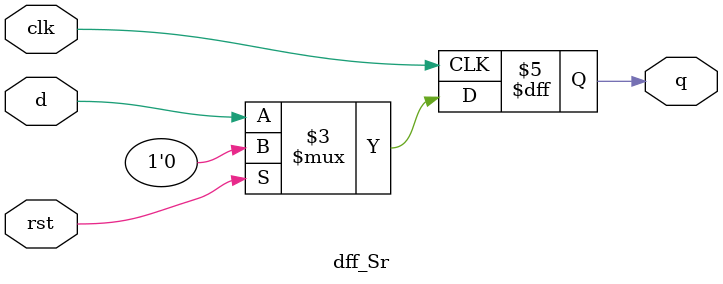
<source format=v>
module dff_Sr(q,d,clk,rst);
    input d,clk,rst;
    output reg q;

    always @(posedge clk )
        if(rst)
            q <= 1'b0;
        else
            q <= d;
endmodule
</source>
